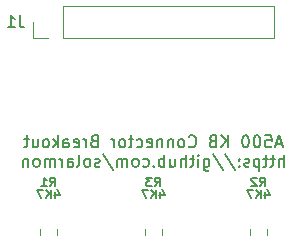
<source format=gbr>
%TF.GenerationSoftware,KiCad,Pcbnew,(5.1.9)-1*%
%TF.CreationDate,2021-05-15T15:00:21+01:00*%
%TF.ProjectId,Amiga A500 Keyboard Connector Breakout,416d6967-6120-4413-9530-30204b657962,rev?*%
%TF.SameCoordinates,Original*%
%TF.FileFunction,Legend,Bot*%
%TF.FilePolarity,Positive*%
%FSLAX46Y46*%
G04 Gerber Fmt 4.6, Leading zero omitted, Abs format (unit mm)*
G04 Created by KiCad (PCBNEW (5.1.9)-1) date 2021-05-15 15:00:21*
%MOMM*%
%LPD*%
G01*
G04 APERTURE LIST*
%ADD10C,0.150000*%
%ADD11C,0.200000*%
%ADD12C,0.120000*%
G04 APERTURE END LIST*
D10*
X159613809Y-93543380D02*
X159613809Y-92543380D01*
X159185238Y-93543380D02*
X159185238Y-93019571D01*
X159232857Y-92924333D01*
X159328095Y-92876714D01*
X159470952Y-92876714D01*
X159566190Y-92924333D01*
X159613809Y-92971952D01*
X158851904Y-92876714D02*
X158470952Y-92876714D01*
X158709047Y-92543380D02*
X158709047Y-93400523D01*
X158661428Y-93495761D01*
X158566190Y-93543380D01*
X158470952Y-93543380D01*
X158280476Y-92876714D02*
X157899523Y-92876714D01*
X158137619Y-92543380D02*
X158137619Y-93400523D01*
X158090000Y-93495761D01*
X157994761Y-93543380D01*
X157899523Y-93543380D01*
X157566190Y-92876714D02*
X157566190Y-93876714D01*
X157566190Y-92924333D02*
X157470952Y-92876714D01*
X157280476Y-92876714D01*
X157185238Y-92924333D01*
X157137619Y-92971952D01*
X157090000Y-93067190D01*
X157090000Y-93352904D01*
X157137619Y-93448142D01*
X157185238Y-93495761D01*
X157280476Y-93543380D01*
X157470952Y-93543380D01*
X157566190Y-93495761D01*
X156709047Y-93495761D02*
X156613809Y-93543380D01*
X156423333Y-93543380D01*
X156328095Y-93495761D01*
X156280476Y-93400523D01*
X156280476Y-93352904D01*
X156328095Y-93257666D01*
X156423333Y-93210047D01*
X156566190Y-93210047D01*
X156661428Y-93162428D01*
X156709047Y-93067190D01*
X156709047Y-93019571D01*
X156661428Y-92924333D01*
X156566190Y-92876714D01*
X156423333Y-92876714D01*
X156328095Y-92924333D01*
X155851904Y-93448142D02*
X155804285Y-93495761D01*
X155851904Y-93543380D01*
X155899523Y-93495761D01*
X155851904Y-93448142D01*
X155851904Y-93543380D01*
X155851904Y-92924333D02*
X155804285Y-92971952D01*
X155851904Y-93019571D01*
X155899523Y-92971952D01*
X155851904Y-92924333D01*
X155851904Y-93019571D01*
X154661428Y-92495761D02*
X155518571Y-93781476D01*
X153613809Y-92495761D02*
X154470952Y-93781476D01*
X152851904Y-92876714D02*
X152851904Y-93686238D01*
X152899523Y-93781476D01*
X152947142Y-93829095D01*
X153042380Y-93876714D01*
X153185238Y-93876714D01*
X153280476Y-93829095D01*
X152851904Y-93495761D02*
X152947142Y-93543380D01*
X153137619Y-93543380D01*
X153232857Y-93495761D01*
X153280476Y-93448142D01*
X153328095Y-93352904D01*
X153328095Y-93067190D01*
X153280476Y-92971952D01*
X153232857Y-92924333D01*
X153137619Y-92876714D01*
X152947142Y-92876714D01*
X152851904Y-92924333D01*
X152375714Y-93543380D02*
X152375714Y-92876714D01*
X152375714Y-92543380D02*
X152423333Y-92591000D01*
X152375714Y-92638619D01*
X152328095Y-92591000D01*
X152375714Y-92543380D01*
X152375714Y-92638619D01*
X152042380Y-92876714D02*
X151661428Y-92876714D01*
X151899523Y-92543380D02*
X151899523Y-93400523D01*
X151851904Y-93495761D01*
X151756666Y-93543380D01*
X151661428Y-93543380D01*
X151328095Y-93543380D02*
X151328095Y-92543380D01*
X150899523Y-93543380D02*
X150899523Y-93019571D01*
X150947142Y-92924333D01*
X151042380Y-92876714D01*
X151185238Y-92876714D01*
X151280476Y-92924333D01*
X151328095Y-92971952D01*
X149994761Y-92876714D02*
X149994761Y-93543380D01*
X150423333Y-92876714D02*
X150423333Y-93400523D01*
X150375714Y-93495761D01*
X150280476Y-93543380D01*
X150137619Y-93543380D01*
X150042380Y-93495761D01*
X149994761Y-93448142D01*
X149518571Y-93543380D02*
X149518571Y-92543380D01*
X149518571Y-92924333D02*
X149423333Y-92876714D01*
X149232857Y-92876714D01*
X149137619Y-92924333D01*
X149090000Y-92971952D01*
X149042380Y-93067190D01*
X149042380Y-93352904D01*
X149090000Y-93448142D01*
X149137619Y-93495761D01*
X149232857Y-93543380D01*
X149423333Y-93543380D01*
X149518571Y-93495761D01*
X148613809Y-93448142D02*
X148566190Y-93495761D01*
X148613809Y-93543380D01*
X148661428Y-93495761D01*
X148613809Y-93448142D01*
X148613809Y-93543380D01*
X147709047Y-93495761D02*
X147804285Y-93543380D01*
X147994761Y-93543380D01*
X148090000Y-93495761D01*
X148137619Y-93448142D01*
X148185238Y-93352904D01*
X148185238Y-93067190D01*
X148137619Y-92971952D01*
X148090000Y-92924333D01*
X147994761Y-92876714D01*
X147804285Y-92876714D01*
X147709047Y-92924333D01*
X147137619Y-93543380D02*
X147232857Y-93495761D01*
X147280476Y-93448142D01*
X147328095Y-93352904D01*
X147328095Y-93067190D01*
X147280476Y-92971952D01*
X147232857Y-92924333D01*
X147137619Y-92876714D01*
X146994761Y-92876714D01*
X146899523Y-92924333D01*
X146851904Y-92971952D01*
X146804285Y-93067190D01*
X146804285Y-93352904D01*
X146851904Y-93448142D01*
X146899523Y-93495761D01*
X146994761Y-93543380D01*
X147137619Y-93543380D01*
X146375714Y-93543380D02*
X146375714Y-92876714D01*
X146375714Y-92971952D02*
X146328095Y-92924333D01*
X146232857Y-92876714D01*
X146090000Y-92876714D01*
X145994761Y-92924333D01*
X145947142Y-93019571D01*
X145947142Y-93543380D01*
X145947142Y-93019571D02*
X145899523Y-92924333D01*
X145804285Y-92876714D01*
X145661428Y-92876714D01*
X145566190Y-92924333D01*
X145518571Y-93019571D01*
X145518571Y-93543380D01*
X144328095Y-92495761D02*
X145185238Y-93781476D01*
X144042380Y-93495761D02*
X143947142Y-93543380D01*
X143756666Y-93543380D01*
X143661428Y-93495761D01*
X143613809Y-93400523D01*
X143613809Y-93352904D01*
X143661428Y-93257666D01*
X143756666Y-93210047D01*
X143899523Y-93210047D01*
X143994761Y-93162428D01*
X144042380Y-93067190D01*
X144042380Y-93019571D01*
X143994761Y-92924333D01*
X143899523Y-92876714D01*
X143756666Y-92876714D01*
X143661428Y-92924333D01*
X143042380Y-93543380D02*
X143137619Y-93495761D01*
X143185238Y-93448142D01*
X143232857Y-93352904D01*
X143232857Y-93067190D01*
X143185238Y-92971952D01*
X143137619Y-92924333D01*
X143042380Y-92876714D01*
X142899523Y-92876714D01*
X142804285Y-92924333D01*
X142756666Y-92971952D01*
X142709047Y-93067190D01*
X142709047Y-93352904D01*
X142756666Y-93448142D01*
X142804285Y-93495761D01*
X142899523Y-93543380D01*
X143042380Y-93543380D01*
X142137619Y-93543380D02*
X142232857Y-93495761D01*
X142280476Y-93400523D01*
X142280476Y-92543380D01*
X141328095Y-93543380D02*
X141328095Y-93019571D01*
X141375714Y-92924333D01*
X141470952Y-92876714D01*
X141661428Y-92876714D01*
X141756666Y-92924333D01*
X141328095Y-93495761D02*
X141423333Y-93543380D01*
X141661428Y-93543380D01*
X141756666Y-93495761D01*
X141804285Y-93400523D01*
X141804285Y-93305285D01*
X141756666Y-93210047D01*
X141661428Y-93162428D01*
X141423333Y-93162428D01*
X141328095Y-93114809D01*
X140851904Y-93543380D02*
X140851904Y-92876714D01*
X140851904Y-93067190D02*
X140804285Y-92971952D01*
X140756666Y-92924333D01*
X140661428Y-92876714D01*
X140566190Y-92876714D01*
X140232857Y-93543380D02*
X140232857Y-92876714D01*
X140232857Y-92971952D02*
X140185238Y-92924333D01*
X140090000Y-92876714D01*
X139947142Y-92876714D01*
X139851904Y-92924333D01*
X139804285Y-93019571D01*
X139804285Y-93543380D01*
X139804285Y-93019571D02*
X139756666Y-92924333D01*
X139661428Y-92876714D01*
X139518571Y-92876714D01*
X139423333Y-92924333D01*
X139375714Y-93019571D01*
X139375714Y-93543380D01*
X138756666Y-93543380D02*
X138851904Y-93495761D01*
X138899523Y-93448142D01*
X138947142Y-93352904D01*
X138947142Y-93067190D01*
X138899523Y-92971952D01*
X138851904Y-92924333D01*
X138756666Y-92876714D01*
X138613809Y-92876714D01*
X138518571Y-92924333D01*
X138470952Y-92971952D01*
X138423333Y-93067190D01*
X138423333Y-93352904D01*
X138470952Y-93448142D01*
X138518571Y-93495761D01*
X138613809Y-93543380D01*
X138756666Y-93543380D01*
X137994761Y-92876714D02*
X137994761Y-93543380D01*
X137994761Y-92971952D02*
X137947142Y-92924333D01*
X137851904Y-92876714D01*
X137709047Y-92876714D01*
X137613809Y-92924333D01*
X137566190Y-93019571D01*
X137566190Y-93543380D01*
D11*
X159447142Y-91606666D02*
X158970952Y-91606666D01*
X159542380Y-91892380D02*
X159209047Y-90892380D01*
X158875714Y-91892380D01*
X158066190Y-90892380D02*
X158542380Y-90892380D01*
X158590000Y-91368571D01*
X158542380Y-91320952D01*
X158447142Y-91273333D01*
X158209047Y-91273333D01*
X158113809Y-91320952D01*
X158066190Y-91368571D01*
X158018571Y-91463809D01*
X158018571Y-91701904D01*
X158066190Y-91797142D01*
X158113809Y-91844761D01*
X158209047Y-91892380D01*
X158447142Y-91892380D01*
X158542380Y-91844761D01*
X158590000Y-91797142D01*
X157399523Y-90892380D02*
X157304285Y-90892380D01*
X157209047Y-90940000D01*
X157161428Y-90987619D01*
X157113809Y-91082857D01*
X157066190Y-91273333D01*
X157066190Y-91511428D01*
X157113809Y-91701904D01*
X157161428Y-91797142D01*
X157209047Y-91844761D01*
X157304285Y-91892380D01*
X157399523Y-91892380D01*
X157494761Y-91844761D01*
X157542380Y-91797142D01*
X157590000Y-91701904D01*
X157637619Y-91511428D01*
X157637619Y-91273333D01*
X157590000Y-91082857D01*
X157542380Y-90987619D01*
X157494761Y-90940000D01*
X157399523Y-90892380D01*
X156447142Y-90892380D02*
X156351904Y-90892380D01*
X156256666Y-90940000D01*
X156209047Y-90987619D01*
X156161428Y-91082857D01*
X156113809Y-91273333D01*
X156113809Y-91511428D01*
X156161428Y-91701904D01*
X156209047Y-91797142D01*
X156256666Y-91844761D01*
X156351904Y-91892380D01*
X156447142Y-91892380D01*
X156542380Y-91844761D01*
X156590000Y-91797142D01*
X156637619Y-91701904D01*
X156685238Y-91511428D01*
X156685238Y-91273333D01*
X156637619Y-91082857D01*
X156590000Y-90987619D01*
X156542380Y-90940000D01*
X156447142Y-90892380D01*
X154923333Y-91892380D02*
X154923333Y-90892380D01*
X154351904Y-91892380D02*
X154780476Y-91320952D01*
X154351904Y-90892380D02*
X154923333Y-91463809D01*
X153590000Y-91368571D02*
X153447142Y-91416190D01*
X153399523Y-91463809D01*
X153351904Y-91559047D01*
X153351904Y-91701904D01*
X153399523Y-91797142D01*
X153447142Y-91844761D01*
X153542380Y-91892380D01*
X153923333Y-91892380D01*
X153923333Y-90892380D01*
X153590000Y-90892380D01*
X153494761Y-90940000D01*
X153447142Y-90987619D01*
X153399523Y-91082857D01*
X153399523Y-91178095D01*
X153447142Y-91273333D01*
X153494761Y-91320952D01*
X153590000Y-91368571D01*
X153923333Y-91368571D01*
X151590000Y-91797142D02*
X151637619Y-91844761D01*
X151780476Y-91892380D01*
X151875714Y-91892380D01*
X152018571Y-91844761D01*
X152113809Y-91749523D01*
X152161428Y-91654285D01*
X152209047Y-91463809D01*
X152209047Y-91320952D01*
X152161428Y-91130476D01*
X152113809Y-91035238D01*
X152018571Y-90940000D01*
X151875714Y-90892380D01*
X151780476Y-90892380D01*
X151637619Y-90940000D01*
X151590000Y-90987619D01*
X151018571Y-91892380D02*
X151113809Y-91844761D01*
X151161428Y-91797142D01*
X151209047Y-91701904D01*
X151209047Y-91416190D01*
X151161428Y-91320952D01*
X151113809Y-91273333D01*
X151018571Y-91225714D01*
X150875714Y-91225714D01*
X150780476Y-91273333D01*
X150732857Y-91320952D01*
X150685238Y-91416190D01*
X150685238Y-91701904D01*
X150732857Y-91797142D01*
X150780476Y-91844761D01*
X150875714Y-91892380D01*
X151018571Y-91892380D01*
X150256666Y-91225714D02*
X150256666Y-91892380D01*
X150256666Y-91320952D02*
X150209047Y-91273333D01*
X150113809Y-91225714D01*
X149970952Y-91225714D01*
X149875714Y-91273333D01*
X149828095Y-91368571D01*
X149828095Y-91892380D01*
X149351904Y-91225714D02*
X149351904Y-91892380D01*
X149351904Y-91320952D02*
X149304285Y-91273333D01*
X149209047Y-91225714D01*
X149066190Y-91225714D01*
X148970952Y-91273333D01*
X148923333Y-91368571D01*
X148923333Y-91892380D01*
X148066190Y-91844761D02*
X148161428Y-91892380D01*
X148351904Y-91892380D01*
X148447142Y-91844761D01*
X148494761Y-91749523D01*
X148494761Y-91368571D01*
X148447142Y-91273333D01*
X148351904Y-91225714D01*
X148161428Y-91225714D01*
X148066190Y-91273333D01*
X148018571Y-91368571D01*
X148018571Y-91463809D01*
X148494761Y-91559047D01*
X147161428Y-91844761D02*
X147256666Y-91892380D01*
X147447142Y-91892380D01*
X147542380Y-91844761D01*
X147590000Y-91797142D01*
X147637619Y-91701904D01*
X147637619Y-91416190D01*
X147590000Y-91320952D01*
X147542380Y-91273333D01*
X147447142Y-91225714D01*
X147256666Y-91225714D01*
X147161428Y-91273333D01*
X146875714Y-91225714D02*
X146494761Y-91225714D01*
X146732857Y-90892380D02*
X146732857Y-91749523D01*
X146685238Y-91844761D01*
X146590000Y-91892380D01*
X146494761Y-91892380D01*
X146018571Y-91892380D02*
X146113809Y-91844761D01*
X146161428Y-91797142D01*
X146209047Y-91701904D01*
X146209047Y-91416190D01*
X146161428Y-91320952D01*
X146113809Y-91273333D01*
X146018571Y-91225714D01*
X145875714Y-91225714D01*
X145780476Y-91273333D01*
X145732857Y-91320952D01*
X145685238Y-91416190D01*
X145685238Y-91701904D01*
X145732857Y-91797142D01*
X145780476Y-91844761D01*
X145875714Y-91892380D01*
X146018571Y-91892380D01*
X145256666Y-91892380D02*
X145256666Y-91225714D01*
X145256666Y-91416190D02*
X145209047Y-91320952D01*
X145161428Y-91273333D01*
X145066190Y-91225714D01*
X144970952Y-91225714D01*
X143542380Y-91368571D02*
X143399523Y-91416190D01*
X143351904Y-91463809D01*
X143304285Y-91559047D01*
X143304285Y-91701904D01*
X143351904Y-91797142D01*
X143399523Y-91844761D01*
X143494761Y-91892380D01*
X143875714Y-91892380D01*
X143875714Y-90892380D01*
X143542380Y-90892380D01*
X143447142Y-90940000D01*
X143399523Y-90987619D01*
X143351904Y-91082857D01*
X143351904Y-91178095D01*
X143399523Y-91273333D01*
X143447142Y-91320952D01*
X143542380Y-91368571D01*
X143875714Y-91368571D01*
X142875714Y-91892380D02*
X142875714Y-91225714D01*
X142875714Y-91416190D02*
X142828095Y-91320952D01*
X142780476Y-91273333D01*
X142685238Y-91225714D01*
X142590000Y-91225714D01*
X141875714Y-91844761D02*
X141970952Y-91892380D01*
X142161428Y-91892380D01*
X142256666Y-91844761D01*
X142304285Y-91749523D01*
X142304285Y-91368571D01*
X142256666Y-91273333D01*
X142161428Y-91225714D01*
X141970952Y-91225714D01*
X141875714Y-91273333D01*
X141828095Y-91368571D01*
X141828095Y-91463809D01*
X142304285Y-91559047D01*
X140970952Y-91892380D02*
X140970952Y-91368571D01*
X141018571Y-91273333D01*
X141113809Y-91225714D01*
X141304285Y-91225714D01*
X141399523Y-91273333D01*
X140970952Y-91844761D02*
X141066190Y-91892380D01*
X141304285Y-91892380D01*
X141399523Y-91844761D01*
X141447142Y-91749523D01*
X141447142Y-91654285D01*
X141399523Y-91559047D01*
X141304285Y-91511428D01*
X141066190Y-91511428D01*
X140970952Y-91463809D01*
X140494761Y-91892380D02*
X140494761Y-90892380D01*
X140399523Y-91511428D02*
X140113809Y-91892380D01*
X140113809Y-91225714D02*
X140494761Y-91606666D01*
X139542380Y-91892380D02*
X139637619Y-91844761D01*
X139685238Y-91797142D01*
X139732857Y-91701904D01*
X139732857Y-91416190D01*
X139685238Y-91320952D01*
X139637619Y-91273333D01*
X139542380Y-91225714D01*
X139399523Y-91225714D01*
X139304285Y-91273333D01*
X139256666Y-91320952D01*
X139209047Y-91416190D01*
X139209047Y-91701904D01*
X139256666Y-91797142D01*
X139304285Y-91844761D01*
X139399523Y-91892380D01*
X139542380Y-91892380D01*
X138351904Y-91225714D02*
X138351904Y-91892380D01*
X138780476Y-91225714D02*
X138780476Y-91749523D01*
X138732857Y-91844761D01*
X138637619Y-91892380D01*
X138494761Y-91892380D01*
X138399523Y-91844761D01*
X138351904Y-91797142D01*
X138018571Y-91225714D02*
X137637619Y-91225714D01*
X137875714Y-90892380D02*
X137875714Y-91749523D01*
X137828095Y-91844761D01*
X137732857Y-91892380D01*
X137637619Y-91892380D01*
D12*
%TO.C,R3*%
X149325000Y-99287064D02*
X149325000Y-98832936D01*
X147855000Y-99287064D02*
X147855000Y-98832936D01*
%TO.C,R1*%
X140435000Y-99287064D02*
X140435000Y-98832936D01*
X138965000Y-99287064D02*
X138965000Y-98832936D01*
%TO.C,R2*%
X158215000Y-99287064D02*
X158215000Y-98832936D01*
X156745000Y-99287064D02*
X156745000Y-98832936D01*
%TO.C,J1*%
X140970000Y-79950000D02*
X140970000Y-82610000D01*
X140970000Y-79950000D02*
X158810000Y-79950000D01*
X158810000Y-79950000D02*
X158810000Y-82610000D01*
X140970000Y-82610000D02*
X158810000Y-82610000D01*
X138370000Y-82610000D02*
X139700000Y-82610000D01*
X138370000Y-81280000D02*
X138370000Y-82610000D01*
%TO.C,R3*%
D10*
X148715000Y-95208285D02*
X148965000Y-94851142D01*
X149143571Y-95208285D02*
X149143571Y-94458285D01*
X148857857Y-94458285D01*
X148786428Y-94494000D01*
X148750714Y-94529714D01*
X148715000Y-94601142D01*
X148715000Y-94708285D01*
X148750714Y-94779714D01*
X148786428Y-94815428D01*
X148857857Y-94851142D01*
X149143571Y-94851142D01*
X148465000Y-94458285D02*
X148000714Y-94458285D01*
X148250714Y-94744000D01*
X148143571Y-94744000D01*
X148072142Y-94779714D01*
X148036428Y-94815428D01*
X148000714Y-94886857D01*
X148000714Y-95065428D01*
X148036428Y-95136857D01*
X148072142Y-95172571D01*
X148143571Y-95208285D01*
X148357857Y-95208285D01*
X148429285Y-95172571D01*
X148465000Y-95136857D01*
X149179285Y-95724285D02*
X149179285Y-96224285D01*
X149357857Y-95438571D02*
X149536428Y-95974285D01*
X149072142Y-95974285D01*
X148786428Y-96224285D02*
X148786428Y-95474285D01*
X148357857Y-96224285D02*
X148679285Y-95795714D01*
X148357857Y-95474285D02*
X148786428Y-95902857D01*
X148107857Y-95474285D02*
X147607857Y-95474285D01*
X147929285Y-96224285D01*
%TO.C,R1*%
X139825000Y-95208285D02*
X140075000Y-94851142D01*
X140253571Y-95208285D02*
X140253571Y-94458285D01*
X139967857Y-94458285D01*
X139896428Y-94494000D01*
X139860714Y-94529714D01*
X139825000Y-94601142D01*
X139825000Y-94708285D01*
X139860714Y-94779714D01*
X139896428Y-94815428D01*
X139967857Y-94851142D01*
X140253571Y-94851142D01*
X139110714Y-95208285D02*
X139539285Y-95208285D01*
X139325000Y-95208285D02*
X139325000Y-94458285D01*
X139396428Y-94565428D01*
X139467857Y-94636857D01*
X139539285Y-94672571D01*
X140289285Y-95724285D02*
X140289285Y-96224285D01*
X140467857Y-95438571D02*
X140646428Y-95974285D01*
X140182142Y-95974285D01*
X139896428Y-96224285D02*
X139896428Y-95474285D01*
X139467857Y-96224285D02*
X139789285Y-95795714D01*
X139467857Y-95474285D02*
X139896428Y-95902857D01*
X139217857Y-95474285D02*
X138717857Y-95474285D01*
X139039285Y-96224285D01*
%TO.C,R2*%
X157605000Y-95208285D02*
X157855000Y-94851142D01*
X158033571Y-95208285D02*
X158033571Y-94458285D01*
X157747857Y-94458285D01*
X157676428Y-94494000D01*
X157640714Y-94529714D01*
X157605000Y-94601142D01*
X157605000Y-94708285D01*
X157640714Y-94779714D01*
X157676428Y-94815428D01*
X157747857Y-94851142D01*
X158033571Y-94851142D01*
X157319285Y-94529714D02*
X157283571Y-94494000D01*
X157212142Y-94458285D01*
X157033571Y-94458285D01*
X156962142Y-94494000D01*
X156926428Y-94529714D01*
X156890714Y-94601142D01*
X156890714Y-94672571D01*
X156926428Y-94779714D01*
X157355000Y-95208285D01*
X156890714Y-95208285D01*
X158069285Y-95724285D02*
X158069285Y-96224285D01*
X158247857Y-95438571D02*
X158426428Y-95974285D01*
X157962142Y-95974285D01*
X157676428Y-96224285D02*
X157676428Y-95474285D01*
X157247857Y-96224285D02*
X157569285Y-95795714D01*
X157247857Y-95474285D02*
X157676428Y-95902857D01*
X156997857Y-95474285D02*
X156497857Y-95474285D01*
X156819285Y-96224285D01*
%TO.C,J1*%
X137263333Y-80732380D02*
X137263333Y-81446666D01*
X137310952Y-81589523D01*
X137406190Y-81684761D01*
X137549047Y-81732380D01*
X137644285Y-81732380D01*
X136263333Y-81732380D02*
X136834761Y-81732380D01*
X136549047Y-81732380D02*
X136549047Y-80732380D01*
X136644285Y-80875238D01*
X136739523Y-80970476D01*
X136834761Y-81018095D01*
%TD*%
M02*

</source>
